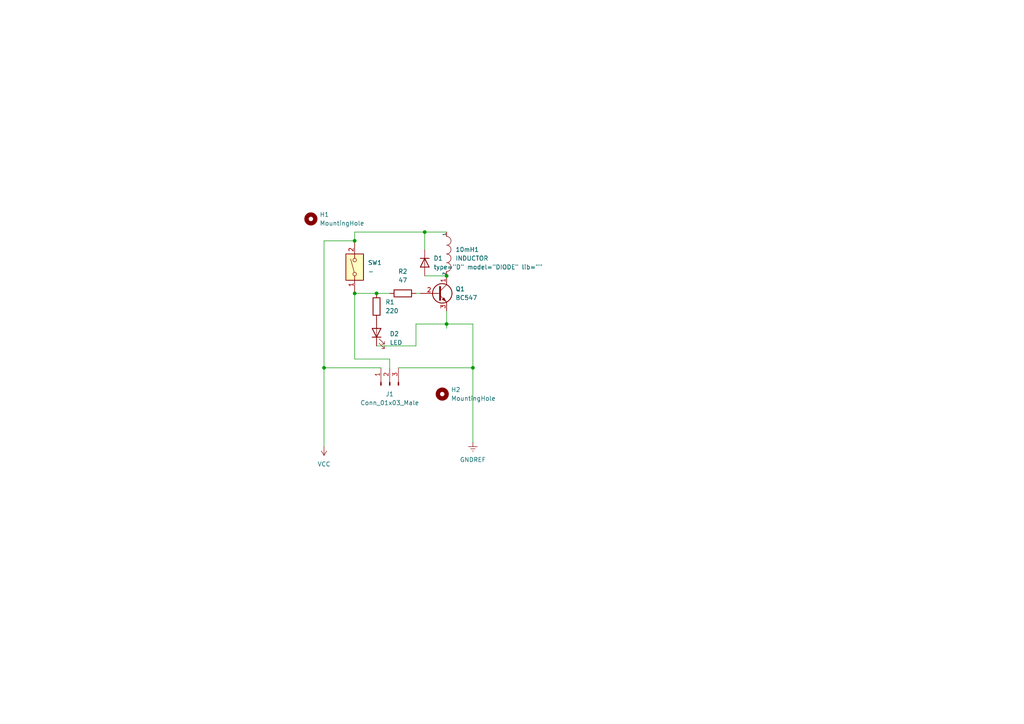
<source format=kicad_sch>
(kicad_sch (version 20211123) (generator eeschema)

  (uuid 43d030b0-c46c-4448-bc9e-987f12c7559d)

  (paper "A4")

  (lib_symbols
    (symbol "Connector:Conn_01x03_Male" (pin_names (offset 1.016) hide) (in_bom yes) (on_board yes)
      (property "Reference" "J" (id 0) (at 0 5.08 0)
        (effects (font (size 1.27 1.27)))
      )
      (property "Value" "Conn_01x03_Male" (id 1) (at 0 -5.08 0)
        (effects (font (size 1.27 1.27)))
      )
      (property "Footprint" "" (id 2) (at 0 0 0)
        (effects (font (size 1.27 1.27)) hide)
      )
      (property "Datasheet" "~" (id 3) (at 0 0 0)
        (effects (font (size 1.27 1.27)) hide)
      )
      (property "ki_keywords" "connector" (id 4) (at 0 0 0)
        (effects (font (size 1.27 1.27)) hide)
      )
      (property "ki_description" "Generic connector, single row, 01x03, script generated (kicad-library-utils/schlib/autogen/connector/)" (id 5) (at 0 0 0)
        (effects (font (size 1.27 1.27)) hide)
      )
      (property "ki_fp_filters" "Connector*:*_1x??_*" (id 6) (at 0 0 0)
        (effects (font (size 1.27 1.27)) hide)
      )
      (symbol "Conn_01x03_Male_1_1"
        (polyline
          (pts
            (xy 1.27 -2.54)
            (xy 0.8636 -2.54)
          )
          (stroke (width 0.1524) (type default) (color 0 0 0 0))
          (fill (type none))
        )
        (polyline
          (pts
            (xy 1.27 0)
            (xy 0.8636 0)
          )
          (stroke (width 0.1524) (type default) (color 0 0 0 0))
          (fill (type none))
        )
        (polyline
          (pts
            (xy 1.27 2.54)
            (xy 0.8636 2.54)
          )
          (stroke (width 0.1524) (type default) (color 0 0 0 0))
          (fill (type none))
        )
        (rectangle (start 0.8636 -2.413) (end 0 -2.667)
          (stroke (width 0.1524) (type default) (color 0 0 0 0))
          (fill (type outline))
        )
        (rectangle (start 0.8636 0.127) (end 0 -0.127)
          (stroke (width 0.1524) (type default) (color 0 0 0 0))
          (fill (type outline))
        )
        (rectangle (start 0.8636 2.667) (end 0 2.413)
          (stroke (width 0.1524) (type default) (color 0 0 0 0))
          (fill (type outline))
        )
        (pin passive line (at 5.08 2.54 180) (length 3.81)
          (name "Pin_1" (effects (font (size 1.27 1.27))))
          (number "1" (effects (font (size 1.27 1.27))))
        )
        (pin passive line (at 5.08 0 180) (length 3.81)
          (name "Pin_2" (effects (font (size 1.27 1.27))))
          (number "2" (effects (font (size 1.27 1.27))))
        )
        (pin passive line (at 5.08 -2.54 180) (length 3.81)
          (name "Pin_3" (effects (font (size 1.27 1.27))))
          (number "3" (effects (font (size 1.27 1.27))))
        )
      )
    )
    (symbol "Device:LED" (pin_numbers hide) (pin_names (offset 1.016) hide) (in_bom yes) (on_board yes)
      (property "Reference" "D" (id 0) (at 0 2.54 0)
        (effects (font (size 1.27 1.27)))
      )
      (property "Value" "LED" (id 1) (at 0 -2.54 0)
        (effects (font (size 1.27 1.27)))
      )
      (property "Footprint" "" (id 2) (at 0 0 0)
        (effects (font (size 1.27 1.27)) hide)
      )
      (property "Datasheet" "~" (id 3) (at 0 0 0)
        (effects (font (size 1.27 1.27)) hide)
      )
      (property "ki_keywords" "LED diode" (id 4) (at 0 0 0)
        (effects (font (size 1.27 1.27)) hide)
      )
      (property "ki_description" "Light emitting diode" (id 5) (at 0 0 0)
        (effects (font (size 1.27 1.27)) hide)
      )
      (property "ki_fp_filters" "LED* LED_SMD:* LED_THT:*" (id 6) (at 0 0 0)
        (effects (font (size 1.27 1.27)) hide)
      )
      (symbol "LED_0_1"
        (polyline
          (pts
            (xy -1.27 -1.27)
            (xy -1.27 1.27)
          )
          (stroke (width 0.254) (type default) (color 0 0 0 0))
          (fill (type none))
        )
        (polyline
          (pts
            (xy -1.27 0)
            (xy 1.27 0)
          )
          (stroke (width 0) (type default) (color 0 0 0 0))
          (fill (type none))
        )
        (polyline
          (pts
            (xy 1.27 -1.27)
            (xy 1.27 1.27)
            (xy -1.27 0)
            (xy 1.27 -1.27)
          )
          (stroke (width 0.254) (type default) (color 0 0 0 0))
          (fill (type none))
        )
        (polyline
          (pts
            (xy -3.048 -0.762)
            (xy -4.572 -2.286)
            (xy -3.81 -2.286)
            (xy -4.572 -2.286)
            (xy -4.572 -1.524)
          )
          (stroke (width 0) (type default) (color 0 0 0 0))
          (fill (type none))
        )
        (polyline
          (pts
            (xy -1.778 -0.762)
            (xy -3.302 -2.286)
            (xy -2.54 -2.286)
            (xy -3.302 -2.286)
            (xy -3.302 -1.524)
          )
          (stroke (width 0) (type default) (color 0 0 0 0))
          (fill (type none))
        )
      )
      (symbol "LED_1_1"
        (pin passive line (at -3.81 0 0) (length 2.54)
          (name "K" (effects (font (size 1.27 1.27))))
          (number "1" (effects (font (size 1.27 1.27))))
        )
        (pin passive line (at 3.81 0 180) (length 2.54)
          (name "A" (effects (font (size 1.27 1.27))))
          (number "2" (effects (font (size 1.27 1.27))))
        )
      )
    )
    (symbol "Device:R" (pin_numbers hide) (pin_names (offset 0)) (in_bom yes) (on_board yes)
      (property "Reference" "R" (id 0) (at 2.032 0 90)
        (effects (font (size 1.27 1.27)))
      )
      (property "Value" "R" (id 1) (at 0 0 90)
        (effects (font (size 1.27 1.27)))
      )
      (property "Footprint" "" (id 2) (at -1.778 0 90)
        (effects (font (size 1.27 1.27)) hide)
      )
      (property "Datasheet" "~" (id 3) (at 0 0 0)
        (effects (font (size 1.27 1.27)) hide)
      )
      (property "ki_keywords" "R res resistor" (id 4) (at 0 0 0)
        (effects (font (size 1.27 1.27)) hide)
      )
      (property "ki_description" "Resistor" (id 5) (at 0 0 0)
        (effects (font (size 1.27 1.27)) hide)
      )
      (property "ki_fp_filters" "R_*" (id 6) (at 0 0 0)
        (effects (font (size 1.27 1.27)) hide)
      )
      (symbol "R_0_1"
        (rectangle (start -1.016 -2.54) (end 1.016 2.54)
          (stroke (width 0.254) (type default) (color 0 0 0 0))
          (fill (type none))
        )
      )
      (symbol "R_1_1"
        (pin passive line (at 0 3.81 270) (length 1.27)
          (name "~" (effects (font (size 1.27 1.27))))
          (number "1" (effects (font (size 1.27 1.27))))
        )
        (pin passive line (at 0 -3.81 90) (length 1.27)
          (name "~" (effects (font (size 1.27 1.27))))
          (number "2" (effects (font (size 1.27 1.27))))
        )
      )
    )
    (symbol "Mechanical:MountingHole" (pin_names (offset 1.016)) (in_bom yes) (on_board yes)
      (property "Reference" "H" (id 0) (at 0 5.08 0)
        (effects (font (size 1.27 1.27)))
      )
      (property "Value" "MountingHole" (id 1) (at 0 3.175 0)
        (effects (font (size 1.27 1.27)))
      )
      (property "Footprint" "" (id 2) (at 0 0 0)
        (effects (font (size 1.27 1.27)) hide)
      )
      (property "Datasheet" "~" (id 3) (at 0 0 0)
        (effects (font (size 1.27 1.27)) hide)
      )
      (property "ki_keywords" "mounting hole" (id 4) (at 0 0 0)
        (effects (font (size 1.27 1.27)) hide)
      )
      (property "ki_description" "Mounting Hole without connection" (id 5) (at 0 0 0)
        (effects (font (size 1.27 1.27)) hide)
      )
      (property "ki_fp_filters" "MountingHole*" (id 6) (at 0 0 0)
        (effects (font (size 1.27 1.27)) hide)
      )
      (symbol "MountingHole_0_1"
        (circle (center 0 0) (radius 1.27)
          (stroke (width 1.27) (type default) (color 0 0 0 0))
          (fill (type none))
        )
      )
    )
    (symbol "Simulation_SPICE:DIODE" (pin_numbers hide) (pin_names (offset 1.016) hide) (in_bom yes) (on_board yes)
      (property "Reference" "D" (id 0) (at 0 2.54 0)
        (effects (font (size 1.27 1.27)))
      )
      (property "Value" "DIODE" (id 1) (at 0 -2.54 0)
        (effects (font (size 1.27 1.27)))
      )
      (property "Footprint" "" (id 2) (at 0 0 0)
        (effects (font (size 1.27 1.27)) hide)
      )
      (property "Datasheet" "~" (id 3) (at 0 0 0)
        (effects (font (size 1.27 1.27)) hide)
      )
      (property "Spice_Netlist_Enabled" "Y" (id 4) (at 0 0 0)
        (effects (font (size 1.27 1.27)) (justify left) hide)
      )
      (property "Spice_Primitive" "D" (id 5) (at 0 0 0)
        (effects (font (size 1.27 1.27)) (justify left) hide)
      )
      (property "ki_keywords" "simulation" (id 6) (at 0 0 0)
        (effects (font (size 1.27 1.27)) hide)
      )
      (property "ki_description" "Diode, anode on pin 1, for simulation only!" (id 7) (at 0 0 0)
        (effects (font (size 1.27 1.27)) hide)
      )
      (symbol "DIODE_0_1"
        (polyline
          (pts
            (xy 1.27 0)
            (xy -1.27 0)
          )
          (stroke (width 0) (type default) (color 0 0 0 0))
          (fill (type none))
        )
        (polyline
          (pts
            (xy 1.27 1.27)
            (xy 1.27 -1.27)
          )
          (stroke (width 0.254) (type default) (color 0 0 0 0))
          (fill (type none))
        )
        (polyline
          (pts
            (xy -1.27 -1.27)
            (xy -1.27 1.27)
            (xy 1.27 0)
            (xy -1.27 -1.27)
          )
          (stroke (width 0.254) (type default) (color 0 0 0 0))
          (fill (type none))
        )
      )
      (symbol "DIODE_1_1"
        (pin passive line (at -3.81 0 0) (length 2.54)
          (name "A" (effects (font (size 1.27 1.27))))
          (number "1" (effects (font (size 1.27 1.27))))
        )
        (pin passive line (at 3.81 0 180) (length 2.54)
          (name "K" (effects (font (size 1.27 1.27))))
          (number "2" (effects (font (size 1.27 1.27))))
        )
      )
    )
    (symbol "Switch:SW_DIP_x01" (pin_names (offset 0) hide) (in_bom yes) (on_board yes)
      (property "Reference" "SW" (id 0) (at 0 3.81 0)
        (effects (font (size 1.27 1.27)))
      )
      (property "Value" "SW_DIP_x01" (id 1) (at 0 -3.81 0)
        (effects (font (size 1.27 1.27)))
      )
      (property "Footprint" "" (id 2) (at 0 0 0)
        (effects (font (size 1.27 1.27)) hide)
      )
      (property "Datasheet" "~" (id 3) (at 0 0 0)
        (effects (font (size 1.27 1.27)) hide)
      )
      (property "ki_keywords" "dip switch" (id 4) (at 0 0 0)
        (effects (font (size 1.27 1.27)) hide)
      )
      (property "ki_description" "1x DIP Switch, Single Pole Single Throw (SPST) switch, small symbol" (id 5) (at 0 0 0)
        (effects (font (size 1.27 1.27)) hide)
      )
      (property "ki_fp_filters" "SW?DIP?x1*" (id 6) (at 0 0 0)
        (effects (font (size 1.27 1.27)) hide)
      )
      (symbol "SW_DIP_x01_0_0"
        (circle (center -2.032 0) (radius 0.508)
          (stroke (width 0) (type default) (color 0 0 0 0))
          (fill (type none))
        )
        (polyline
          (pts
            (xy -1.524 0.127)
            (xy 2.3622 1.1684)
          )
          (stroke (width 0) (type default) (color 0 0 0 0))
          (fill (type none))
        )
        (circle (center 2.032 0) (radius 0.508)
          (stroke (width 0) (type default) (color 0 0 0 0))
          (fill (type none))
        )
      )
      (symbol "SW_DIP_x01_0_1"
        (rectangle (start -3.81 2.54) (end 3.81 -2.54)
          (stroke (width 0.254) (type default) (color 0 0 0 0))
          (fill (type background))
        )
      )
      (symbol "SW_DIP_x01_1_1"
        (pin passive line (at -7.62 0 0) (length 5.08)
          (name "~" (effects (font (size 1.27 1.27))))
          (number "1" (effects (font (size 1.27 1.27))))
        )
        (pin passive line (at 7.62 0 180) (length 5.08)
          (name "~" (effects (font (size 1.27 1.27))))
          (number "2" (effects (font (size 1.27 1.27))))
        )
      )
    )
    (symbol "Transistor_BJT:BC547" (pin_names (offset 0) hide) (in_bom yes) (on_board yes)
      (property "Reference" "Q" (id 0) (at 5.08 1.905 0)
        (effects (font (size 1.27 1.27)) (justify left))
      )
      (property "Value" "BC547" (id 1) (at 5.08 0 0)
        (effects (font (size 1.27 1.27)) (justify left))
      )
      (property "Footprint" "Package_TO_SOT_THT:TO-92_Inline" (id 2) (at 5.08 -1.905 0)
        (effects (font (size 1.27 1.27) italic) (justify left) hide)
      )
      (property "Datasheet" "https://www.onsemi.com/pub/Collateral/BC550-D.pdf" (id 3) (at 0 0 0)
        (effects (font (size 1.27 1.27)) (justify left) hide)
      )
      (property "ki_keywords" "NPN Transistor" (id 4) (at 0 0 0)
        (effects (font (size 1.27 1.27)) hide)
      )
      (property "ki_description" "0.1A Ic, 45V Vce, Small Signal NPN Transistor, TO-92" (id 5) (at 0 0 0)
        (effects (font (size 1.27 1.27)) hide)
      )
      (property "ki_fp_filters" "TO?92*" (id 6) (at 0 0 0)
        (effects (font (size 1.27 1.27)) hide)
      )
      (symbol "BC547_0_1"
        (polyline
          (pts
            (xy 0 0)
            (xy 0.635 0)
          )
          (stroke (width 0) (type default) (color 0 0 0 0))
          (fill (type none))
        )
        (polyline
          (pts
            (xy 0.635 0.635)
            (xy 2.54 2.54)
          )
          (stroke (width 0) (type default) (color 0 0 0 0))
          (fill (type none))
        )
        (polyline
          (pts
            (xy 0.635 -0.635)
            (xy 2.54 -2.54)
            (xy 2.54 -2.54)
          )
          (stroke (width 0) (type default) (color 0 0 0 0))
          (fill (type none))
        )
        (polyline
          (pts
            (xy 0.635 1.905)
            (xy 0.635 -1.905)
            (xy 0.635 -1.905)
          )
          (stroke (width 0.508) (type default) (color 0 0 0 0))
          (fill (type none))
        )
        (polyline
          (pts
            (xy 1.27 -1.778)
            (xy 1.778 -1.27)
            (xy 2.286 -2.286)
            (xy 1.27 -1.778)
            (xy 1.27 -1.778)
          )
          (stroke (width 0) (type default) (color 0 0 0 0))
          (fill (type outline))
        )
        (circle (center 1.27 0) (radius 2.8194)
          (stroke (width 0.254) (type default) (color 0 0 0 0))
          (fill (type none))
        )
      )
      (symbol "BC547_1_1"
        (pin passive line (at 2.54 5.08 270) (length 2.54)
          (name "C" (effects (font (size 1.27 1.27))))
          (number "1" (effects (font (size 1.27 1.27))))
        )
        (pin input line (at -5.08 0 0) (length 5.08)
          (name "B" (effects (font (size 1.27 1.27))))
          (number "2" (effects (font (size 1.27 1.27))))
        )
        (pin passive line (at 2.54 -5.08 90) (length 2.54)
          (name "E" (effects (font (size 1.27 1.27))))
          (number "3" (effects (font (size 1.27 1.27))))
        )
      )
    )
    (symbol "power:GNDREF" (power) (pin_names (offset 0)) (in_bom yes) (on_board yes)
      (property "Reference" "#PWR" (id 0) (at 0 -6.35 0)
        (effects (font (size 1.27 1.27)) hide)
      )
      (property "Value" "GNDREF" (id 1) (at 0 -3.81 0)
        (effects (font (size 1.27 1.27)))
      )
      (property "Footprint" "" (id 2) (at 0 0 0)
        (effects (font (size 1.27 1.27)) hide)
      )
      (property "Datasheet" "" (id 3) (at 0 0 0)
        (effects (font (size 1.27 1.27)) hide)
      )
      (property "ki_keywords" "power-flag" (id 4) (at 0 0 0)
        (effects (font (size 1.27 1.27)) hide)
      )
      (property "ki_description" "Power symbol creates a global label with name \"GNDREF\" , reference supply ground" (id 5) (at 0 0 0)
        (effects (font (size 1.27 1.27)) hide)
      )
      (symbol "GNDREF_0_1"
        (polyline
          (pts
            (xy -0.635 -1.905)
            (xy 0.635 -1.905)
          )
          (stroke (width 0) (type default) (color 0 0 0 0))
          (fill (type none))
        )
        (polyline
          (pts
            (xy -0.127 -2.54)
            (xy 0.127 -2.54)
          )
          (stroke (width 0) (type default) (color 0 0 0 0))
          (fill (type none))
        )
        (polyline
          (pts
            (xy 0 -1.27)
            (xy 0 0)
          )
          (stroke (width 0) (type default) (color 0 0 0 0))
          (fill (type none))
        )
        (polyline
          (pts
            (xy 1.27 -1.27)
            (xy -1.27 -1.27)
          )
          (stroke (width 0) (type default) (color 0 0 0 0))
          (fill (type none))
        )
      )
      (symbol "GNDREF_1_1"
        (pin power_in line (at 0 0 270) (length 0) hide
          (name "GNDREF" (effects (font (size 1.27 1.27))))
          (number "1" (effects (font (size 1.27 1.27))))
        )
      )
    )
    (symbol "power:VCC" (power) (pin_names (offset 0)) (in_bom yes) (on_board yes)
      (property "Reference" "#PWR" (id 0) (at 0 -3.81 0)
        (effects (font (size 1.27 1.27)) hide)
      )
      (property "Value" "VCC" (id 1) (at 0 3.81 0)
        (effects (font (size 1.27 1.27)))
      )
      (property "Footprint" "" (id 2) (at 0 0 0)
        (effects (font (size 1.27 1.27)) hide)
      )
      (property "Datasheet" "" (id 3) (at 0 0 0)
        (effects (font (size 1.27 1.27)) hide)
      )
      (property "ki_keywords" "power-flag" (id 4) (at 0 0 0)
        (effects (font (size 1.27 1.27)) hide)
      )
      (property "ki_description" "Power symbol creates a global label with name \"VCC\"" (id 5) (at 0 0 0)
        (effects (font (size 1.27 1.27)) hide)
      )
      (symbol "VCC_0_1"
        (polyline
          (pts
            (xy -0.762 1.27)
            (xy 0 2.54)
          )
          (stroke (width 0) (type default) (color 0 0 0 0))
          (fill (type none))
        )
        (polyline
          (pts
            (xy 0 0)
            (xy 0 2.54)
          )
          (stroke (width 0) (type default) (color 0 0 0 0))
          (fill (type none))
        )
        (polyline
          (pts
            (xy 0 2.54)
            (xy 0.762 1.27)
          )
          (stroke (width 0) (type default) (color 0 0 0 0))
          (fill (type none))
        )
      )
      (symbol "VCC_1_1"
        (pin power_in line (at 0 0 90) (length 0) hide
          (name "VCC" (effects (font (size 1.27 1.27))))
          (number "1" (effects (font (size 1.27 1.27))))
        )
      )
    )
    (symbol "pspice:INDUCTOR" (pin_numbers hide) (pin_names (offset 0)) (in_bom yes) (on_board yes)
      (property "Reference" "L" (id 0) (at 0 2.54 0)
        (effects (font (size 1.27 1.27)))
      )
      (property "Value" "INDUCTOR" (id 1) (at 0 -1.27 0)
        (effects (font (size 1.27 1.27)))
      )
      (property "Footprint" "" (id 2) (at 0 0 0)
        (effects (font (size 1.27 1.27)) hide)
      )
      (property "Datasheet" "~" (id 3) (at 0 0 0)
        (effects (font (size 1.27 1.27)) hide)
      )
      (property "ki_keywords" "simulation" (id 4) (at 0 0 0)
        (effects (font (size 1.27 1.27)) hide)
      )
      (property "ki_description" "Inductor symbol for simulation only" (id 5) (at 0 0 0)
        (effects (font (size 1.27 1.27)) hide)
      )
      (symbol "INDUCTOR_0_1"
        (arc (start -2.54 0) (mid -3.81 1.27) (end -5.08 0)
          (stroke (width 0) (type default) (color 0 0 0 0))
          (fill (type none))
        )
        (arc (start 0 0) (mid -1.27 1.27) (end -2.54 0)
          (stroke (width 0) (type default) (color 0 0 0 0))
          (fill (type none))
        )
        (arc (start 2.54 0) (mid 1.27 1.27) (end 0 0)
          (stroke (width 0) (type default) (color 0 0 0 0))
          (fill (type none))
        )
        (arc (start 5.08 0) (mid 3.81 1.27) (end 2.54 0)
          (stroke (width 0) (type default) (color 0 0 0 0))
          (fill (type none))
        )
      )
      (symbol "INDUCTOR_1_1"
        (pin input line (at -6.35 0 0) (length 1.27)
          (name "1" (effects (font (size 0.762 0.762))))
          (number "1" (effects (font (size 0.762 0.762))))
        )
        (pin input line (at 6.35 0 180) (length 1.27)
          (name "2" (effects (font (size 0.762 0.762))))
          (number "2" (effects (font (size 0.762 0.762))))
        )
      )
    )
  )

  (junction (at 109.22 85.09) (diameter 0) (color 0 0 0 0)
    (uuid 117bb83b-fd0d-4a7f-99a7-4b0a092f31cd)
  )
  (junction (at 129.54 80.01) (diameter 0) (color 0 0 0 0)
    (uuid 12f4d24b-fad0-4bc0-9912-8f6297be7a81)
  )
  (junction (at 102.87 69.85) (diameter 0) (color 0 0 0 0)
    (uuid 550ad8be-6fa9-48e8-9a69-8992c1af07d4)
  )
  (junction (at 123.19 67.31) (diameter 0) (color 0 0 0 0)
    (uuid 643b40bc-82a9-4756-a21c-5e25739113ee)
  )
  (junction (at 102.87 85.09) (diameter 0) (color 0 0 0 0)
    (uuid 7317c837-1082-495c-96ba-4115a3a6dc0c)
  )
  (junction (at 129.54 93.98) (diameter 0) (color 0 0 0 0)
    (uuid 84b14fb8-ff54-43e0-ae12-49ee5b00e8c0)
  )
  (junction (at 137.16 106.68) (diameter 0) (color 0 0 0 0)
    (uuid befd7084-8cac-47e6-83e1-76cae6a5c2e7)
  )
  (junction (at 93.98 106.68) (diameter 0) (color 0 0 0 0)
    (uuid e9f7e6c9-ca94-4848-8a70-05dc1db3c3a1)
  )

  (wire (pts (xy 120.65 100.33) (xy 120.65 93.98))
    (stroke (width 0) (type default) (color 0 0 0 0))
    (uuid 060d0926-3db8-45dc-851e-7c0dbe90dfdb)
  )
  (wire (pts (xy 102.87 85.09) (xy 102.87 104.14))
    (stroke (width 0) (type default) (color 0 0 0 0))
    (uuid 0d2059dc-56b7-4940-86a1-e8d322bf9e19)
  )
  (wire (pts (xy 102.87 67.31) (xy 102.87 69.85))
    (stroke (width 0) (type default) (color 0 0 0 0))
    (uuid 0edad989-f39c-44dc-a16f-650ade5cf14c)
  )
  (wire (pts (xy 102.87 85.09) (xy 109.22 85.09))
    (stroke (width 0) (type default) (color 0 0 0 0))
    (uuid 2dac3182-5f0b-4cda-b1db-074e7fa6eda2)
  )
  (wire (pts (xy 93.98 69.85) (xy 102.87 69.85))
    (stroke (width 0) (type default) (color 0 0 0 0))
    (uuid 374c9ec6-093c-433c-8385-9d7db9e10fa3)
  )
  (wire (pts (xy 123.19 72.39) (xy 123.19 67.31))
    (stroke (width 0) (type default) (color 0 0 0 0))
    (uuid 40b817de-4ca6-48ce-9d50-3b43d6198a40)
  )
  (wire (pts (xy 123.19 80.01) (xy 129.54 80.01))
    (stroke (width 0) (type default) (color 0 0 0 0))
    (uuid 54178168-8e05-4a05-a4be-ac83781bd437)
  )
  (wire (pts (xy 93.98 106.68) (xy 110.49 106.68))
    (stroke (width 0) (type default) (color 0 0 0 0))
    (uuid 550f0640-8047-4233-9ef3-d7771db4169c)
  )
  (wire (pts (xy 129.54 95.25) (xy 129.54 93.98))
    (stroke (width 0) (type default) (color 0 0 0 0))
    (uuid 55366e14-cec9-493d-901d-448b04d2f286)
  )
  (wire (pts (xy 137.16 93.98) (xy 129.54 93.98))
    (stroke (width 0) (type default) (color 0 0 0 0))
    (uuid 6c85efa9-a16c-4bc5-aa44-24a3ff9b819b)
  )
  (wire (pts (xy 137.16 106.68) (xy 137.16 128.27))
    (stroke (width 0) (type default) (color 0 0 0 0))
    (uuid 85f83c6b-277f-420d-9596-0ae406de0295)
  )
  (wire (pts (xy 113.03 106.68) (xy 113.03 104.14))
    (stroke (width 0) (type default) (color 0 0 0 0))
    (uuid 91b95b45-477b-4716-91ae-948c954212ad)
  )
  (wire (pts (xy 129.54 90.17) (xy 129.54 93.98))
    (stroke (width 0) (type default) (color 0 0 0 0))
    (uuid ac852976-f226-4fe3-a755-4334a60d054a)
  )
  (wire (pts (xy 93.98 106.68) (xy 93.98 129.54))
    (stroke (width 0) (type default) (color 0 0 0 0))
    (uuid aec17b72-7320-45d9-a682-40ec77768e23)
  )
  (wire (pts (xy 109.22 85.09) (xy 113.03 85.09))
    (stroke (width 0) (type default) (color 0 0 0 0))
    (uuid b4f96a87-7e4e-4302-ae99-f25a63eef0e3)
  )
  (wire (pts (xy 120.65 93.98) (xy 129.54 93.98))
    (stroke (width 0) (type default) (color 0 0 0 0))
    (uuid bdebb592-16f4-4dd2-8833-9c498802560b)
  )
  (wire (pts (xy 123.19 67.31) (xy 129.54 67.31))
    (stroke (width 0) (type default) (color 0 0 0 0))
    (uuid d338ec0d-d4ae-4566-92cc-81b0d6e2c78a)
  )
  (wire (pts (xy 115.57 106.68) (xy 137.16 106.68))
    (stroke (width 0) (type default) (color 0 0 0 0))
    (uuid d9a9c68a-47eb-46dd-b222-1db384ecbe9f)
  )
  (wire (pts (xy 93.98 69.85) (xy 93.98 106.68))
    (stroke (width 0) (type default) (color 0 0 0 0))
    (uuid e4eaee0b-7e68-4ea3-a9db-718d7252258e)
  )
  (wire (pts (xy 123.19 67.31) (xy 102.87 67.31))
    (stroke (width 0) (type default) (color 0 0 0 0))
    (uuid e9962d8e-4681-4569-8799-3c105e44b752)
  )
  (wire (pts (xy 109.22 100.33) (xy 120.65 100.33))
    (stroke (width 0) (type default) (color 0 0 0 0))
    (uuid edaea530-f6e3-411b-af6e-71319fb9aeec)
  )
  (wire (pts (xy 137.16 106.68) (xy 137.16 93.98))
    (stroke (width 0) (type default) (color 0 0 0 0))
    (uuid f35f3195-b07d-4f31-ad8e-d15a0c0ce84d)
  )
  (wire (pts (xy 120.65 85.09) (xy 121.92 85.09))
    (stroke (width 0) (type default) (color 0 0 0 0))
    (uuid f93fb2ff-d4ab-4a07-b0f1-f95ea1a0369a)
  )
  (wire (pts (xy 113.03 104.14) (xy 102.87 104.14))
    (stroke (width 0) (type default) (color 0 0 0 0))
    (uuid fa505ada-ba55-42ef-84ac-b3a5b07dba31)
  )

  (symbol (lib_id "Simulation_SPICE:DIODE") (at 123.19 76.2 90) (unit 1)
    (in_bom yes) (on_board yes) (fields_autoplaced)
    (uuid 1daf22b3-4b48-4d41-9de3-2450812c8a57)
    (property "Reference" "D1" (id 0) (at 125.73 74.9299 90)
      (effects (font (size 1.27 1.27)) (justify right))
    )
    (property "Value" "DIODE" (id 1) (at 125.73 77.4699 90)
      (effects (font (size 1.27 1.27)) (justify right))
    )
    (property "Footprint" "Diode_THT:D_T-1_P10.16mm_Horizontal" (id 2) (at 123.19 76.2 0)
      (effects (font (size 1.27 1.27)) hide)
    )
    (property "Datasheet" "~" (id 3) (at 123.19 76.2 0)
      (effects (font (size 1.27 1.27)) hide)
    )
    (property "Spice_Netlist_Enabled" "Y" (id 4) (at 123.19 76.2 0)
      (effects (font (size 1.27 1.27)) (justify left) hide)
    )
    (property "Spice_Primitive" "D" (id 5) (at 123.19 76.2 0)
      (effects (font (size 1.27 1.27)) (justify left) hide)
    )
    (pin "1" (uuid fe954335-e497-4a14-8185-c131543d8e8b))
    (pin "2" (uuid d5e9759f-60bd-41e5-9152-325cdd94d642))
  )

  (symbol (lib_id "Device:R") (at 116.84 85.09 90) (unit 1)
    (in_bom yes) (on_board yes) (fields_autoplaced)
    (uuid 3f731978-3766-4ada-a37b-2df47224368b)
    (property "Reference" "R2" (id 0) (at 116.84 78.74 90))
    (property "Value" "47" (id 1) (at 116.84 81.28 90))
    (property "Footprint" "Resistor_THT:R_Axial_DIN0207_L6.3mm_D2.5mm_P7.62mm_Horizontal" (id 2) (at 116.84 86.868 90)
      (effects (font (size 1.27 1.27)) hide)
    )
    (property "Datasheet" "~" (id 3) (at 116.84 85.09 0)
      (effects (font (size 1.27 1.27)) hide)
    )
    (pin "1" (uuid b1d75004-c17b-479e-bc25-e66a388f9e06))
    (pin "2" (uuid 663bf4d0-d6a3-4d64-b545-4ed7dcbaf405))
  )

  (symbol (lib_id "Device:R") (at 109.22 88.9 0) (unit 1)
    (in_bom yes) (on_board yes) (fields_autoplaced)
    (uuid 590f9d3f-54e3-42c8-b115-446144e2173f)
    (property "Reference" "R1" (id 0) (at 111.76 87.6299 0)
      (effects (font (size 1.27 1.27)) (justify left))
    )
    (property "Value" "220" (id 1) (at 111.76 90.1699 0)
      (effects (font (size 1.27 1.27)) (justify left))
    )
    (property "Footprint" "Resistor_THT:R_Axial_DIN0207_L6.3mm_D2.5mm_P7.62mm_Horizontal" (id 2) (at 107.442 88.9 90)
      (effects (font (size 1.27 1.27)) hide)
    )
    (property "Datasheet" "~" (id 3) (at 109.22 88.9 0)
      (effects (font (size 1.27 1.27)) hide)
    )
    (pin "1" (uuid f35f6d11-be6f-4a56-a6e1-5d07f9601a55))
    (pin "2" (uuid 70b49c30-0b09-4de0-8b67-c63592920ee3))
  )

  (symbol (lib_id "power:VCC") (at 93.98 129.54 180) (unit 1)
    (in_bom yes) (on_board yes) (fields_autoplaced)
    (uuid 674806d0-adf4-4e26-8839-634224e885ac)
    (property "Reference" "#PWR0102" (id 0) (at 93.98 125.73 0)
      (effects (font (size 1.27 1.27)) hide)
    )
    (property "Value" "VCC" (id 1) (at 93.98 134.62 0))
    (property "Footprint" "" (id 2) (at 93.98 129.54 0)
      (effects (font (size 1.27 1.27)) hide)
    )
    (property "Datasheet" "" (id 3) (at 93.98 129.54 0)
      (effects (font (size 1.27 1.27)) hide)
    )
    (pin "1" (uuid 33256a6e-b053-471b-ac8e-081487946d0e))
  )

  (symbol (lib_id "Switch:SW_DIP_x01") (at 102.87 77.47 90) (unit 1)
    (in_bom yes) (on_board yes) (fields_autoplaced)
    (uuid 7dded36b-34c2-4ef7-9071-c748b2b7c2f5)
    (property "Reference" "SW1" (id 0) (at 106.68 76.1999 90)
      (effects (font (size 1.27 1.27)) (justify right))
    )
    (property "Value" "-" (id 1) (at 106.68 78.7399 90)
      (effects (font (size 1.27 1.27)) (justify right))
    )
    (property "Footprint" "Connector_PinSocket_2.54mm:PinSocket_1x02_P2.54mm_Vertical" (id 2) (at 102.87 77.47 0)
      (effects (font (size 1.27 1.27)) hide)
    )
    (property "Datasheet" "~" (id 3) (at 102.87 77.47 0)
      (effects (font (size 1.27 1.27)) hide)
    )
    (pin "1" (uuid 8528c752-f706-4bab-8ac1-520decf119ed))
    (pin "2" (uuid 22beb590-a4f7-4f48-912f-98d99c0449d6))
  )

  (symbol (lib_id "power:GNDREF") (at 137.16 128.27 0) (unit 1)
    (in_bom yes) (on_board yes) (fields_autoplaced)
    (uuid 7fe846a6-47cb-4fdc-987e-bd2e3192f916)
    (property "Reference" "#PWR0101" (id 0) (at 137.16 134.62 0)
      (effects (font (size 1.27 1.27)) hide)
    )
    (property "Value" "GNDREF" (id 1) (at 137.16 133.35 0))
    (property "Footprint" "" (id 2) (at 137.16 128.27 0)
      (effects (font (size 1.27 1.27)) hide)
    )
    (property "Datasheet" "" (id 3) (at 137.16 128.27 0)
      (effects (font (size 1.27 1.27)) hide)
    )
    (pin "1" (uuid ca4714d3-1123-43f8-ae6c-bf1d534857cc))
  )

  (symbol (lib_id "Device:LED") (at 109.22 96.52 90) (unit 1)
    (in_bom yes) (on_board yes) (fields_autoplaced)
    (uuid abcaac62-8f19-45e5-b7f1-8c8276abc3c0)
    (property "Reference" "D2" (id 0) (at 113.03 96.8374 90)
      (effects (font (size 1.27 1.27)) (justify right))
    )
    (property "Value" "LED" (id 1) (at 113.03 99.3774 90)
      (effects (font (size 1.27 1.27)) (justify right))
    )
    (property "Footprint" "LED_THT:LED_D5.0mm" (id 2) (at 109.22 96.52 0)
      (effects (font (size 1.27 1.27)) hide)
    )
    (property "Datasheet" "~" (id 3) (at 109.22 96.52 0)
      (effects (font (size 1.27 1.27)) hide)
    )
    (pin "1" (uuid 9cbc95c6-541a-457c-99c9-f0940b8421b1))
    (pin "2" (uuid ef5e1760-0b06-48c8-86e8-68381890707d))
  )

  (symbol (lib_id "Mechanical:MountingHole") (at 128.27 114.3 0) (unit 1)
    (in_bom yes) (on_board yes) (fields_autoplaced)
    (uuid c01e1d6c-e583-4e5c-8df6-2e6aad83dac5)
    (property "Reference" "H2" (id 0) (at 130.81 113.0299 0)
      (effects (font (size 1.27 1.27)) (justify left))
    )
    (property "Value" "MountingHole" (id 1) (at 130.81 115.5699 0)
      (effects (font (size 1.27 1.27)) (justify left))
    )
    (property "Footprint" "MountingHole:MountingHole_2.5mm" (id 2) (at 128.27 114.3 0)
      (effects (font (size 1.27 1.27)) hide)
    )
    (property "Datasheet" "~" (id 3) (at 128.27 114.3 0)
      (effects (font (size 1.27 1.27)) hide)
    )
  )

  (symbol (lib_id "Mechanical:MountingHole") (at 90.17 63.5 0) (unit 1)
    (in_bom yes) (on_board yes) (fields_autoplaced)
    (uuid c0d49f13-421c-4ffd-8f48-0ad469364016)
    (property "Reference" "H1" (id 0) (at 92.71 62.2299 0)
      (effects (font (size 1.27 1.27)) (justify left))
    )
    (property "Value" "MountingHole" (id 1) (at 92.71 64.7699 0)
      (effects (font (size 1.27 1.27)) (justify left))
    )
    (property "Footprint" "MountingHole:MountingHole_2.5mm" (id 2) (at 90.17 63.5 0)
      (effects (font (size 1.27 1.27)) hide)
    )
    (property "Datasheet" "~" (id 3) (at 90.17 63.5 0)
      (effects (font (size 1.27 1.27)) hide)
    )
  )

  (symbol (lib_id "Connector:Conn_01x03_Male") (at 113.03 111.76 90) (unit 1)
    (in_bom yes) (on_board yes) (fields_autoplaced)
    (uuid e681f2ef-1abd-4419-9b13-77dc25a1d781)
    (property "Reference" "J1" (id 0) (at 113.03 114.3 90))
    (property "Value" "Conn_01x03_Male" (id 1) (at 113.03 116.84 90))
    (property "Footprint" "Connector_PinSocket_2.54mm:PinSocket_1x03_P2.54mm_Vertical" (id 2) (at 113.03 111.76 0)
      (effects (font (size 1.27 1.27)) hide)
    )
    (property "Datasheet" "~" (id 3) (at 113.03 111.76 0)
      (effects (font (size 1.27 1.27)) hide)
    )
    (pin "1" (uuid f383821d-8baf-43ef-86c9-4cd1b0e52c41))
    (pin "2" (uuid 73d50809-198d-421c-ba1f-67bbf2431c0c))
    (pin "3" (uuid 0f30d0e8-e60f-4fd2-a90e-65e59695ce97))
  )

  (symbol (lib_id "pspice:INDUCTOR") (at 129.54 73.66 270) (unit 1)
    (in_bom yes) (on_board yes) (fields_autoplaced)
    (uuid ec032d6b-3ddd-43f7-b361-7f7ff86210f6)
    (property "Reference" "10mH1" (id 0) (at 132.08 72.3899 90)
      (effects (font (size 1.27 1.27)) (justify left))
    )
    (property "Value" "INDUCTOR" (id 1) (at 132.08 74.9299 90)
      (effects (font (size 1.27 1.27)) (justify left))
    )
    (property "Footprint" "Connector_PinSocket_2.54mm:PinSocket_1x02_P2.54mm_Vertical" (id 2) (at 129.54 73.66 0)
      (effects (font (size 1.27 1.27)) hide)
    )
    (property "Datasheet" "~" (id 3) (at 129.54 73.66 0)
      (effects (font (size 1.27 1.27)) hide)
    )
    (pin "1" (uuid 451b6726-0eb7-4104-8c03-3fb814e4b200))
    (pin "2" (uuid f111327c-d1c1-401b-9b64-aa88c80533f9))
  )

  (symbol (lib_id "Transistor_BJT:BC547") (at 127 85.09 0) (unit 1)
    (in_bom yes) (on_board yes) (fields_autoplaced)
    (uuid f6aefc4a-39fc-4d92-917d-960378896e07)
    (property "Reference" "Q1" (id 0) (at 132.08 83.8199 0)
      (effects (font (size 1.27 1.27)) (justify left))
    )
    (property "Value" "BC547" (id 1) (at 132.08 86.3599 0)
      (effects (font (size 1.27 1.27)) (justify left))
    )
    (property "Footprint" "Package_TO_SOT_THT:TO-92_HandSolder" (id 2) (at 132.08 86.995 0)
      (effects (font (size 1.27 1.27) italic) (justify left) hide)
    )
    (property "Datasheet" "https://www.onsemi.com/pub/Collateral/BC550-D.pdf" (id 3) (at 127 85.09 0)
      (effects (font (size 1.27 1.27)) (justify left) hide)
    )
    (pin "1" (uuid 1bd1a5d4-483d-43f4-94c6-4a55a8ed03ea))
    (pin "2" (uuid 0e479e35-143d-4f95-a883-9b5419703879))
    (pin "3" (uuid f1cab00c-b4c3-42c2-b8a1-bb06f000f17e))
  )

  (sheet_instances
    (path "/" (page "1"))
  )

  (symbol_instances
    (path "/7fe846a6-47cb-4fdc-987e-bd2e3192f916"
      (reference "#PWR0101") (unit 1) (value "GNDREF") (footprint "")
    )
    (path "/674806d0-adf4-4e26-8839-634224e885ac"
      (reference "#PWR0102") (unit 1) (value "VCC") (footprint "")
    )
    (path "/ec032d6b-3ddd-43f7-b361-7f7ff86210f6"
      (reference "10mH1") (unit 1) (value "INDUCTOR") (footprint "Connector_PinSocket_2.54mm:PinSocket_1x02_P2.54mm_Vertical")
    )
    (path "/1daf22b3-4b48-4d41-9de3-2450812c8a57"
      (reference "D1") (unit 1) (value "DIODE") (footprint "Diode_THT:D_T-1_P10.16mm_Horizontal")
    )
    (path "/abcaac62-8f19-45e5-b7f1-8c8276abc3c0"
      (reference "D2") (unit 1) (value "LED") (footprint "LED_THT:LED_D5.0mm")
    )
    (path "/c0d49f13-421c-4ffd-8f48-0ad469364016"
      (reference "H1") (unit 1) (value "MountingHole") (footprint "MountingHole:MountingHole_2.5mm")
    )
    (path "/c01e1d6c-e583-4e5c-8df6-2e6aad83dac5"
      (reference "H2") (unit 1) (value "MountingHole") (footprint "MountingHole:MountingHole_2.5mm")
    )
    (path "/e681f2ef-1abd-4419-9b13-77dc25a1d781"
      (reference "J1") (unit 1) (value "Conn_01x03_Male") (footprint "Connector_PinSocket_2.54mm:PinSocket_1x03_P2.54mm_Vertical")
    )
    (path "/f6aefc4a-39fc-4d92-917d-960378896e07"
      (reference "Q1") (unit 1) (value "BC547") (footprint "Package_TO_SOT_THT:TO-92_HandSolder")
    )
    (path "/590f9d3f-54e3-42c8-b115-446144e2173f"
      (reference "R1") (unit 1) (value "220") (footprint "Resistor_THT:R_Axial_DIN0207_L6.3mm_D2.5mm_P7.62mm_Horizontal")
    )
    (path "/3f731978-3766-4ada-a37b-2df47224368b"
      (reference "R2") (unit 1) (value "47") (footprint "Resistor_THT:R_Axial_DIN0207_L6.3mm_D2.5mm_P7.62mm_Horizontal")
    )
    (path "/7dded36b-34c2-4ef7-9071-c748b2b7c2f5"
      (reference "SW1") (unit 1) (value "-") (footprint "Connector_PinSocket_2.54mm:PinSocket_1x02_P2.54mm_Vertical")
    )
  )
)

</source>
